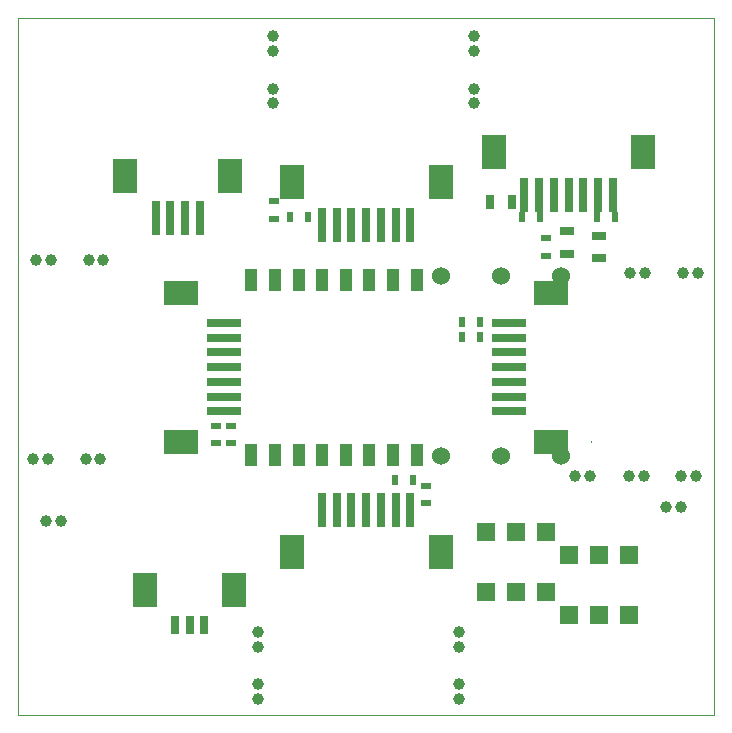
<source format=gbs>
G04 #@! TF.FileFunction,Soldermask,Bot*
%FSLAX46Y46*%
G04 Gerber Fmt 4.6, Leading zero omitted, Abs format (unit mm)*
G04 Created by KiCad (PCBNEW 4.0.7) date 01/19/18 23:24:35*
%MOMM*%
%LPD*%
G01*
G04 APERTURE LIST*
%ADD10C,0.152400*%
%ADD11C,0.100000*%
%ADD12R,1.524000X1.524000*%
%ADD13C,1.000000*%
%ADD14R,3.000000X0.800000*%
%ADD15R,3.000000X2.100000*%
%ADD16C,1.524000*%
%ADD17R,0.900000X0.500000*%
%ADD18R,0.500000X0.900000*%
%ADD19R,1.300000X0.700000*%
%ADD20R,0.700000X1.300000*%
%ADD21R,0.800000X1.600000*%
%ADD22R,2.100000X3.000000*%
%ADD23R,0.800000X3.000000*%
%ADD24R,1.050000X1.950000*%
G04 APERTURE END LIST*
D10*
D11*
X14400000Y-73700000D02*
X73300000Y-73700000D01*
X73300000Y-14700000D02*
X73300000Y-73700000D01*
X14400000Y-14700000D02*
X73300000Y-14700000D01*
X14400000Y-73700000D02*
X14400000Y-14700000D01*
X62925000Y-50600000D02*
X62925000Y-50475000D01*
D12*
X63565000Y-65205000D03*
X66105000Y-65205000D03*
X61025000Y-65205000D03*
X66105000Y-60125000D03*
X63565000Y-60125000D03*
X61025000Y-60125000D03*
X56580000Y-63300000D03*
X59120000Y-63300000D03*
X54040000Y-63300000D03*
X59120000Y-58220000D03*
X56580000Y-58220000D03*
X54040000Y-58220000D03*
D13*
X62835260Y-53432460D03*
X61585260Y-53432460D03*
X69297020Y-56084220D03*
X70547020Y-56084220D03*
D14*
X55945000Y-44250000D03*
X55945000Y-45500000D03*
X55945000Y-46750000D03*
X55945000Y-43000000D03*
X55945000Y-41750000D03*
D15*
X59545000Y-50550000D03*
X59545000Y-37950000D03*
D14*
X55945000Y-48000000D03*
X55945000Y-40500000D03*
D16*
X50240000Y-51740000D03*
X55320000Y-51740000D03*
X60400000Y-51740000D03*
X60400000Y-36500000D03*
X55320000Y-36500000D03*
X50240000Y-36500000D03*
D13*
X67486000Y-36290000D03*
X66236000Y-36290000D03*
D14*
X31815000Y-44250000D03*
X31815000Y-43000000D03*
X31815000Y-41750000D03*
X31815000Y-45500000D03*
X31815000Y-46750000D03*
D15*
X28215000Y-37950000D03*
X28215000Y-50550000D03*
D14*
X31815000Y-40500000D03*
X31815000Y-48000000D03*
D13*
X35990000Y-16224000D03*
X35990000Y-17474000D03*
D17*
X48960000Y-55795000D03*
X48960000Y-54295000D03*
D18*
X46305000Y-53775000D03*
X47805000Y-53775000D03*
D17*
X31180000Y-49215000D03*
X31180000Y-50715000D03*
X32450000Y-49215000D03*
X32450000Y-50715000D03*
D18*
X38915000Y-31550000D03*
X37415000Y-31550000D03*
D17*
X36060000Y-30210000D03*
X36060000Y-31710000D03*
D18*
X53520000Y-40440000D03*
X52020000Y-40440000D03*
X53520000Y-41710000D03*
X52020000Y-41710000D03*
D19*
X63565000Y-35040000D03*
X63565000Y-33140000D03*
D18*
X63450000Y-31550000D03*
X64950000Y-31550000D03*
D19*
X60867520Y-34648840D03*
X60867520Y-32748840D03*
D17*
X59120000Y-34840000D03*
X59120000Y-33340000D03*
D20*
X54360000Y-30280000D03*
X56260000Y-30280000D03*
D18*
X57100000Y-31550000D03*
X58600000Y-31550000D03*
D21*
X30175000Y-66050000D03*
X28925000Y-66050000D03*
X27675000Y-66050000D03*
D22*
X25125000Y-63150000D03*
X32725000Y-63150000D03*
D23*
X61025000Y-29645000D03*
X62275000Y-29645000D03*
X63525000Y-29645000D03*
X59775000Y-29645000D03*
X58525000Y-29645000D03*
D22*
X67325000Y-26045000D03*
X54725000Y-26045000D03*
D23*
X64775000Y-29645000D03*
X57275000Y-29645000D03*
X43880000Y-56315000D03*
X42630000Y-56315000D03*
X41380000Y-56315000D03*
X45130000Y-56315000D03*
X46380000Y-56315000D03*
D22*
X37580000Y-59915000D03*
X50180000Y-59915000D03*
D23*
X40130000Y-56315000D03*
X47630000Y-56315000D03*
X43880000Y-32185000D03*
X45130000Y-32185000D03*
X46380000Y-32185000D03*
X42630000Y-32185000D03*
X41380000Y-32185000D03*
D22*
X50180000Y-28585000D03*
X37580000Y-28585000D03*
D23*
X47630000Y-32185000D03*
X40130000Y-32185000D03*
D13*
X15670000Y-52038000D03*
X16920000Y-52038000D03*
X20115000Y-52038000D03*
X21365000Y-52038000D03*
X51738000Y-72358000D03*
X51738000Y-71108000D03*
X51738000Y-67913000D03*
X51738000Y-66663000D03*
X34720000Y-72358000D03*
X34720000Y-71108000D03*
X34720000Y-67913000D03*
X34720000Y-66663000D03*
X53008000Y-16224000D03*
X53008000Y-17474000D03*
X53008000Y-20669000D03*
X53008000Y-21919000D03*
X71931000Y-36290000D03*
X70681000Y-36290000D03*
X67359000Y-53435000D03*
X66109000Y-53435000D03*
X35990000Y-20669000D03*
X35990000Y-21919000D03*
X15924000Y-35147000D03*
X17174000Y-35147000D03*
X20369000Y-35147000D03*
X21619000Y-35147000D03*
D23*
X29800000Y-31640000D03*
X28550000Y-31640000D03*
X27300000Y-31640000D03*
D22*
X32350000Y-28040000D03*
X23500000Y-28040000D03*
D23*
X26050000Y-31640000D03*
D13*
X18024580Y-57242460D03*
X16774580Y-57242460D03*
D24*
X48150000Y-51660000D03*
X46150000Y-51660000D03*
X44150000Y-51660000D03*
X42150000Y-51660000D03*
X40150000Y-51660000D03*
X38150000Y-51660000D03*
X36150000Y-51660000D03*
X34150000Y-51660000D03*
X34150000Y-36860000D03*
X36150000Y-36860000D03*
X38150000Y-36860000D03*
X40150000Y-36860000D03*
X42150000Y-36860000D03*
X44150000Y-36860000D03*
X46150000Y-36860000D03*
X48150000Y-36860000D03*
D13*
X71804000Y-53435000D03*
X70554000Y-53435000D03*
M02*

</source>
